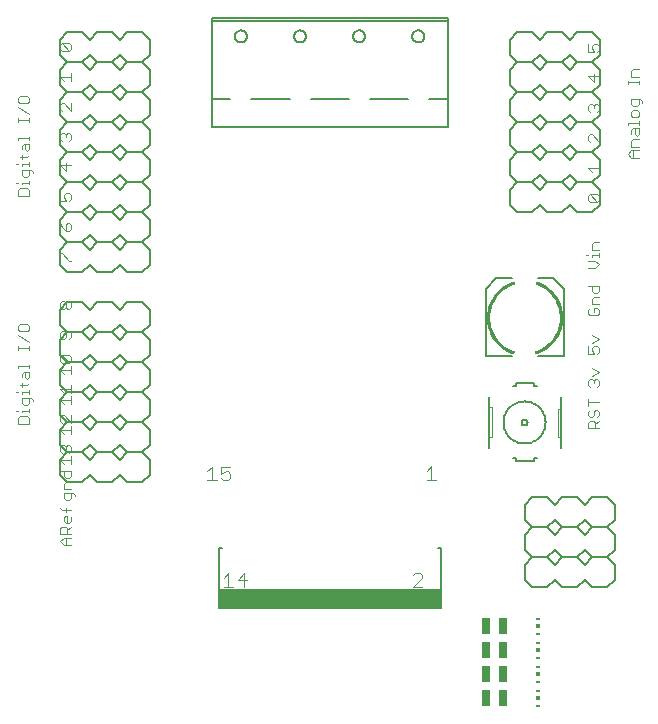
<source format=gto>
G75*
%MOIN*%
%OFA0B0*%
%FSLAX24Y24*%
%IPPOS*%
%LPD*%
%AMOC8*
5,1,8,0,0,1.08239X$1,22.5*
%
%ADD10C,0.0030*%
%ADD11C,0.0060*%
%ADD12C,0.0040*%
%ADD13R,0.7461X0.0659*%
%ADD14C,0.0080*%
%ADD15C,0.0008*%
%ADD16C,0.0020*%
%ADD17R,0.0118X0.0059*%
%ADD18R,0.0118X0.0118*%
%ADD19R,0.0256X0.0551*%
D10*
X001788Y011115D02*
X001665Y011238D01*
X001788Y011361D01*
X002035Y011361D01*
X002035Y011483D02*
X001665Y011483D01*
X001665Y011668D01*
X001726Y011730D01*
X001850Y011730D01*
X001912Y011668D01*
X001912Y011483D01*
X001912Y011606D02*
X002035Y011730D01*
X001973Y011851D02*
X001850Y011851D01*
X001788Y011913D01*
X001788Y012036D01*
X001850Y012098D01*
X001912Y012098D01*
X001912Y011851D01*
X001973Y011851D02*
X002035Y011913D01*
X002035Y012036D01*
X002035Y012281D02*
X001726Y012281D01*
X001665Y012343D01*
X001850Y012343D02*
X001850Y012219D01*
X001850Y012610D02*
X001973Y012610D01*
X002035Y012672D01*
X002035Y012857D01*
X002097Y012857D02*
X001788Y012857D01*
X001788Y012672D01*
X001850Y012610D01*
X002158Y012733D02*
X002158Y012795D01*
X002097Y012857D01*
X002035Y012978D02*
X001788Y012978D01*
X001788Y013164D01*
X001850Y013225D01*
X002035Y013225D01*
X001973Y013347D02*
X001850Y013347D01*
X001788Y013408D01*
X001788Y013594D01*
X001665Y013594D02*
X002035Y013594D01*
X002035Y013408D01*
X001973Y013347D01*
X002035Y013828D02*
X002035Y014075D01*
X002035Y013952D02*
X001665Y013952D01*
X001788Y013828D01*
X001726Y014197D02*
X001665Y014258D01*
X001665Y014382D01*
X001726Y014444D01*
X001788Y014444D01*
X001850Y014382D01*
X001912Y014444D01*
X001973Y014444D01*
X002035Y014382D01*
X002035Y014258D01*
X001973Y014197D01*
X001850Y014320D02*
X001850Y014382D01*
X001788Y014828D02*
X001665Y014952D01*
X002035Y014952D01*
X002035Y015075D02*
X002035Y014828D01*
X002035Y015197D02*
X001788Y015444D01*
X001726Y015444D01*
X001665Y015382D01*
X001665Y015258D01*
X001726Y015197D01*
X002035Y015197D02*
X002035Y015444D01*
X002035Y015828D02*
X002035Y016075D01*
X002035Y016197D02*
X002035Y016444D01*
X002035Y016320D02*
X001665Y016320D01*
X001788Y016197D01*
X001665Y015952D02*
X002035Y015952D01*
X001788Y015828D02*
X001665Y015952D01*
X001788Y016828D02*
X001665Y016952D01*
X002035Y016952D01*
X002035Y017075D02*
X002035Y016828D01*
X001973Y017197D02*
X001726Y017444D01*
X001973Y017444D01*
X002035Y017382D01*
X002035Y017258D01*
X001973Y017197D01*
X001726Y017197D01*
X001665Y017258D01*
X001665Y017382D01*
X001726Y017444D01*
X001726Y017997D02*
X001788Y017997D01*
X001850Y018058D01*
X001850Y018244D01*
X001973Y018244D02*
X002035Y018182D01*
X002035Y018058D01*
X001973Y017997D01*
X001973Y018244D02*
X001726Y018244D01*
X001665Y018182D01*
X001665Y018058D01*
X001726Y017997D01*
X001726Y018997D02*
X001788Y018997D01*
X001850Y019058D01*
X001850Y019182D01*
X001912Y019244D01*
X001973Y019244D01*
X002035Y019182D01*
X002035Y019058D01*
X001973Y018997D01*
X001912Y018997D01*
X001850Y019058D01*
X001850Y019182D02*
X001788Y019244D01*
X001726Y019244D01*
X001665Y019182D01*
X001665Y019058D01*
X001726Y018997D01*
X000635Y018419D02*
X000573Y018481D01*
X000326Y018481D01*
X000265Y018419D01*
X000265Y018296D01*
X000326Y018234D01*
X000573Y018234D01*
X000635Y018296D01*
X000635Y018419D01*
X000265Y018113D02*
X000635Y017866D01*
X000635Y017744D02*
X000635Y017620D01*
X000635Y017682D02*
X000265Y017682D01*
X000265Y017620D02*
X000265Y017744D01*
X000265Y017068D02*
X000635Y017068D01*
X000635Y017007D02*
X000635Y017130D01*
X000635Y016885D02*
X000635Y016700D01*
X000573Y016638D01*
X000512Y016700D01*
X000512Y016885D01*
X000450Y016885D02*
X000635Y016885D01*
X000450Y016885D02*
X000388Y016823D01*
X000388Y016700D01*
X000388Y016516D02*
X000388Y016393D01*
X000326Y016454D02*
X000573Y016454D01*
X000635Y016516D01*
X000635Y016271D02*
X000635Y016147D01*
X000635Y016209D02*
X000388Y016209D01*
X000388Y016147D01*
X000388Y016026D02*
X000388Y015841D01*
X000450Y015779D01*
X000573Y015779D01*
X000635Y015841D01*
X000635Y016026D01*
X000697Y016026D02*
X000388Y016026D01*
X000265Y016209D02*
X000203Y016209D01*
X000203Y015595D02*
X000265Y015595D01*
X000388Y015595D02*
X000635Y015595D01*
X000635Y015533D02*
X000635Y015657D01*
X000573Y015412D02*
X000326Y015412D01*
X000265Y015350D01*
X000265Y015165D01*
X000635Y015165D01*
X000635Y015350D01*
X000573Y015412D01*
X000388Y015533D02*
X000388Y015595D01*
X000758Y015902D02*
X000758Y015964D01*
X000697Y016026D01*
X000265Y017007D02*
X000265Y017068D01*
X001665Y020597D02*
X001665Y020844D01*
X001726Y020844D01*
X001973Y020597D01*
X002035Y020597D01*
X001973Y021597D02*
X001850Y021597D01*
X001850Y021782D01*
X001912Y021844D01*
X001973Y021844D01*
X002035Y021782D01*
X002035Y021658D01*
X001973Y021597D01*
X001850Y021597D02*
X001726Y021720D01*
X001665Y021844D01*
X001665Y022597D02*
X001850Y022597D01*
X001788Y022720D01*
X001788Y022782D01*
X001850Y022844D01*
X001973Y022844D01*
X002035Y022782D01*
X002035Y022658D01*
X001973Y022597D01*
X001665Y022597D02*
X001665Y022844D01*
X001850Y023597D02*
X001850Y023844D01*
X002035Y023782D02*
X001665Y023782D01*
X001850Y023597D01*
X001973Y024597D02*
X002035Y024658D01*
X002035Y024782D01*
X001973Y024844D01*
X001912Y024844D01*
X001850Y024782D01*
X001850Y024720D01*
X001850Y024782D02*
X001788Y024844D01*
X001726Y024844D01*
X001665Y024782D01*
X001665Y024658D01*
X001726Y024597D01*
X001726Y025597D02*
X001665Y025658D01*
X001665Y025782D01*
X001726Y025844D01*
X001788Y025844D01*
X002035Y025597D01*
X002035Y025844D01*
X002035Y026597D02*
X002035Y026844D01*
X002035Y026720D02*
X001665Y026720D01*
X001788Y026597D01*
X001726Y027597D02*
X001665Y027658D01*
X001665Y027782D01*
X001726Y027844D01*
X001973Y027597D01*
X002035Y027658D01*
X002035Y027782D01*
X001973Y027844D01*
X001726Y027844D01*
X001726Y027597D02*
X001973Y027597D01*
X000573Y026081D02*
X000326Y026081D01*
X000265Y026019D01*
X000265Y025896D01*
X000326Y025834D01*
X000573Y025834D01*
X000635Y025896D01*
X000635Y026019D01*
X000573Y026081D01*
X000265Y025713D02*
X000635Y025466D01*
X000635Y025344D02*
X000635Y025220D01*
X000635Y025282D02*
X000265Y025282D01*
X000265Y025220D02*
X000265Y025344D01*
X000265Y024668D02*
X000635Y024668D01*
X000635Y024607D02*
X000635Y024730D01*
X000635Y024485D02*
X000635Y024300D01*
X000573Y024238D01*
X000512Y024300D01*
X000512Y024485D01*
X000450Y024485D02*
X000635Y024485D01*
X000450Y024485D02*
X000388Y024423D01*
X000388Y024300D01*
X000388Y024116D02*
X000388Y023993D01*
X000326Y024054D02*
X000573Y024054D01*
X000635Y024116D01*
X000635Y023871D02*
X000635Y023747D01*
X000635Y023809D02*
X000388Y023809D01*
X000388Y023747D01*
X000388Y023626D02*
X000388Y023441D01*
X000450Y023379D01*
X000573Y023379D01*
X000635Y023441D01*
X000635Y023626D01*
X000697Y023626D02*
X000758Y023564D01*
X000758Y023502D01*
X000697Y023626D02*
X000388Y023626D01*
X000265Y023809D02*
X000203Y023809D01*
X000203Y023195D02*
X000265Y023195D01*
X000388Y023195D02*
X000635Y023195D01*
X000635Y023133D02*
X000635Y023257D01*
X000573Y023012D02*
X000326Y023012D01*
X000265Y022950D01*
X000265Y022765D01*
X000635Y022765D01*
X000635Y022950D01*
X000573Y023012D01*
X000388Y023133D02*
X000388Y023195D01*
X000265Y024607D02*
X000265Y024668D01*
X001850Y011361D02*
X001850Y011115D01*
X001788Y011115D02*
X002035Y011115D01*
X019265Y015011D02*
X019265Y015196D01*
X019326Y015258D01*
X019450Y015258D01*
X019512Y015196D01*
X019512Y015011D01*
X019635Y015011D02*
X019265Y015011D01*
X019326Y015379D02*
X019265Y015441D01*
X019265Y015564D01*
X019326Y015626D01*
X019265Y015748D02*
X019265Y015995D01*
X019265Y015871D02*
X019635Y015871D01*
X019573Y015626D02*
X019635Y015564D01*
X019635Y015441D01*
X019573Y015379D01*
X019635Y015258D02*
X019512Y015134D01*
X019388Y015379D02*
X019450Y015441D01*
X019450Y015564D01*
X019512Y015626D01*
X019573Y015626D01*
X019388Y015379D02*
X019326Y015379D01*
X019326Y016397D02*
X019265Y016459D01*
X019265Y016582D01*
X019326Y016644D01*
X019388Y016644D01*
X019450Y016582D01*
X019512Y016644D01*
X019573Y016644D01*
X019635Y016582D01*
X019635Y016459D01*
X019573Y016397D01*
X019450Y016520D02*
X019450Y016582D01*
X019388Y016765D02*
X019635Y016889D01*
X019388Y017012D01*
X019450Y017497D02*
X019265Y017497D01*
X019265Y017744D01*
X019388Y017682D02*
X019388Y017620D01*
X019450Y017497D01*
X019573Y017497D02*
X019635Y017559D01*
X019635Y017682D01*
X019573Y017744D01*
X019450Y017744D01*
X019388Y017682D01*
X019388Y017865D02*
X019635Y017989D01*
X019388Y018112D01*
X019326Y018769D02*
X019573Y018769D01*
X019635Y018831D01*
X019635Y018954D01*
X019573Y019016D01*
X019450Y019016D01*
X019450Y018892D01*
X019326Y018769D02*
X019265Y018831D01*
X019265Y018954D01*
X019326Y019016D01*
X019388Y019137D02*
X019388Y019322D01*
X019450Y019384D01*
X019635Y019384D01*
X019573Y019506D02*
X019450Y019506D01*
X019388Y019567D01*
X019388Y019752D01*
X019265Y019752D02*
X019635Y019752D01*
X019635Y019567D01*
X019573Y019506D01*
X019635Y019137D02*
X019388Y019137D01*
X019265Y020347D02*
X019512Y020347D01*
X019635Y020470D01*
X019512Y020594D01*
X019265Y020594D01*
X019388Y020715D02*
X019388Y020777D01*
X019635Y020777D01*
X019635Y020715D02*
X019635Y020839D01*
X019635Y020961D02*
X019388Y020961D01*
X019388Y021146D01*
X019450Y021208D01*
X019635Y021208D01*
X019265Y020777D02*
X019203Y020777D01*
X019326Y022565D02*
X019265Y022627D01*
X019265Y022750D01*
X019326Y022812D01*
X019573Y022565D01*
X019635Y022627D01*
X019635Y022750D01*
X019573Y022812D01*
X019326Y022812D01*
X019326Y022565D02*
X019573Y022565D01*
X019635Y023565D02*
X019635Y023812D01*
X019635Y023688D02*
X019265Y023688D01*
X019388Y023565D01*
X019326Y024565D02*
X019265Y024627D01*
X019265Y024750D01*
X019326Y024812D01*
X019388Y024812D01*
X019635Y024565D01*
X019635Y024812D01*
X019573Y025565D02*
X019635Y025627D01*
X019635Y025750D01*
X019573Y025812D01*
X019512Y025812D01*
X019450Y025750D01*
X019450Y025688D01*
X019450Y025750D02*
X019388Y025812D01*
X019326Y025812D01*
X019265Y025750D01*
X019265Y025627D01*
X019326Y025565D01*
X019450Y026565D02*
X019450Y026812D01*
X019635Y026750D02*
X019265Y026750D01*
X019450Y026565D01*
X019450Y027565D02*
X019265Y027565D01*
X019265Y027812D01*
X019388Y027750D02*
X019450Y027812D01*
X019573Y027812D01*
X019635Y027750D01*
X019635Y027627D01*
X019573Y027565D01*
X019450Y027565D02*
X019388Y027688D01*
X019388Y027750D01*
X020706Y026905D02*
X020706Y026720D01*
X020953Y026720D01*
X020953Y026598D02*
X020953Y026474D01*
X020953Y026536D02*
X020583Y026536D01*
X020583Y026474D02*
X020583Y026598D01*
X020706Y026905D02*
X020768Y026967D01*
X020953Y026967D01*
X020953Y025985D02*
X020953Y025799D01*
X020891Y025738D01*
X020768Y025738D01*
X020706Y025799D01*
X020706Y025985D01*
X021015Y025985D01*
X021076Y025923D01*
X021076Y025861D01*
X020891Y025616D02*
X020768Y025616D01*
X020706Y025555D01*
X020706Y025431D01*
X020768Y025369D01*
X020891Y025369D01*
X020953Y025431D01*
X020953Y025555D01*
X020891Y025616D01*
X020953Y025247D02*
X020953Y025124D01*
X020953Y025186D02*
X020583Y025186D01*
X020583Y025124D01*
X020706Y024941D02*
X020768Y025002D01*
X020953Y025002D01*
X020953Y024817D01*
X020891Y024756D01*
X020830Y024817D01*
X020830Y025002D01*
X020706Y024941D02*
X020706Y024817D01*
X020768Y024634D02*
X020953Y024634D01*
X020768Y024634D02*
X020706Y024572D01*
X020706Y024387D01*
X020953Y024387D01*
X020953Y024266D02*
X020706Y024266D01*
X020583Y024142D01*
X020706Y024019D01*
X020953Y024019D01*
X020768Y024019D02*
X020768Y024266D01*
D11*
X006950Y011000D02*
X006950Y009600D01*
X006950Y011000D02*
X007050Y011000D01*
X014250Y011000D02*
X014350Y011000D01*
X014350Y009600D01*
X016850Y013900D02*
X017450Y013900D01*
X017450Y014000D01*
X017550Y014000D01*
X018350Y014350D02*
X018350Y014700D01*
X018350Y015650D01*
X018350Y016050D01*
X017550Y016400D02*
X017450Y016400D01*
X017450Y016500D01*
X016850Y016500D01*
X016850Y016400D01*
X016750Y016400D01*
X015950Y016050D02*
X015950Y015700D01*
X015950Y014700D01*
X015950Y014350D01*
X016750Y014000D02*
X016850Y014000D01*
X016850Y013900D01*
X017050Y015200D02*
X017052Y015220D01*
X017058Y015238D01*
X017067Y015256D01*
X017079Y015271D01*
X017094Y015283D01*
X017112Y015292D01*
X017130Y015298D01*
X017150Y015300D01*
X017170Y015298D01*
X017188Y015292D01*
X017206Y015283D01*
X017221Y015271D01*
X017233Y015256D01*
X017242Y015238D01*
X017248Y015220D01*
X017250Y015200D01*
X017248Y015180D01*
X017242Y015162D01*
X017233Y015144D01*
X017221Y015129D01*
X017206Y015117D01*
X017188Y015108D01*
X017170Y015102D01*
X017150Y015100D01*
X017130Y015102D01*
X017112Y015108D01*
X017094Y015117D01*
X017079Y015129D01*
X017067Y015144D01*
X017058Y015162D01*
X017052Y015180D01*
X017050Y015200D01*
X016450Y015200D02*
X016452Y015252D01*
X016458Y015304D01*
X016468Y015356D01*
X016481Y015406D01*
X016498Y015456D01*
X016519Y015504D01*
X016544Y015550D01*
X016572Y015594D01*
X016603Y015636D01*
X016637Y015676D01*
X016674Y015713D01*
X016714Y015747D01*
X016756Y015778D01*
X016800Y015806D01*
X016846Y015831D01*
X016894Y015852D01*
X016944Y015869D01*
X016994Y015882D01*
X017046Y015892D01*
X017098Y015898D01*
X017150Y015900D01*
X017202Y015898D01*
X017254Y015892D01*
X017306Y015882D01*
X017356Y015869D01*
X017406Y015852D01*
X017454Y015831D01*
X017500Y015806D01*
X017544Y015778D01*
X017586Y015747D01*
X017626Y015713D01*
X017663Y015676D01*
X017697Y015636D01*
X017728Y015594D01*
X017756Y015550D01*
X017781Y015504D01*
X017802Y015456D01*
X017819Y015406D01*
X017832Y015356D01*
X017842Y015304D01*
X017848Y015252D01*
X017850Y015200D01*
X017848Y015148D01*
X017842Y015096D01*
X017832Y015044D01*
X017819Y014994D01*
X017802Y014944D01*
X017781Y014896D01*
X017756Y014850D01*
X017728Y014806D01*
X017697Y014764D01*
X017663Y014724D01*
X017626Y014687D01*
X017586Y014653D01*
X017544Y014622D01*
X017500Y014594D01*
X017454Y014569D01*
X017406Y014548D01*
X017356Y014531D01*
X017306Y014518D01*
X017254Y014508D01*
X017202Y014502D01*
X017150Y014500D01*
X017098Y014502D01*
X017046Y014508D01*
X016994Y014518D01*
X016944Y014531D01*
X016894Y014548D01*
X016846Y014569D01*
X016800Y014594D01*
X016756Y014622D01*
X016714Y014653D01*
X016674Y014687D01*
X016637Y014724D01*
X016603Y014764D01*
X016572Y014806D01*
X016544Y014850D01*
X016519Y014896D01*
X016498Y014944D01*
X016481Y014994D01*
X016468Y015044D01*
X016458Y015096D01*
X016452Y015148D01*
X016450Y015200D01*
X014587Y025050D02*
X014587Y025990D01*
X014587Y028590D01*
X006717Y028590D01*
X006717Y028670D01*
X014587Y028670D01*
X014587Y028590D01*
X013407Y028070D02*
X013409Y028098D01*
X013415Y028125D01*
X013424Y028151D01*
X013437Y028176D01*
X013454Y028199D01*
X013473Y028219D01*
X013495Y028236D01*
X013519Y028250D01*
X013545Y028260D01*
X013572Y028267D01*
X013600Y028270D01*
X013628Y028269D01*
X013655Y028264D01*
X013682Y028255D01*
X013707Y028243D01*
X013730Y028228D01*
X013751Y028209D01*
X013769Y028188D01*
X013784Y028164D01*
X013795Y028138D01*
X013803Y028112D01*
X013807Y028084D01*
X013807Y028056D01*
X013803Y028028D01*
X013795Y028002D01*
X013784Y027976D01*
X013769Y027952D01*
X013751Y027931D01*
X013730Y027912D01*
X013707Y027897D01*
X013682Y027885D01*
X013655Y027876D01*
X013628Y027871D01*
X013600Y027870D01*
X013572Y027873D01*
X013545Y027880D01*
X013519Y027890D01*
X013495Y027904D01*
X013473Y027921D01*
X013454Y027941D01*
X013437Y027964D01*
X013424Y027989D01*
X013415Y028015D01*
X013409Y028042D01*
X013407Y028070D01*
X013257Y025990D02*
X011987Y025990D01*
X011287Y025990D02*
X010017Y025990D01*
X009317Y025990D02*
X008047Y025990D01*
X007347Y025990D02*
X006717Y025990D01*
X006717Y028590D01*
X007497Y028070D02*
X007499Y028098D01*
X007505Y028125D01*
X007514Y028151D01*
X007527Y028176D01*
X007544Y028199D01*
X007563Y028219D01*
X007585Y028236D01*
X007609Y028250D01*
X007635Y028260D01*
X007662Y028267D01*
X007690Y028270D01*
X007718Y028269D01*
X007745Y028264D01*
X007772Y028255D01*
X007797Y028243D01*
X007820Y028228D01*
X007841Y028209D01*
X007859Y028188D01*
X007874Y028164D01*
X007885Y028138D01*
X007893Y028112D01*
X007897Y028084D01*
X007897Y028056D01*
X007893Y028028D01*
X007885Y028002D01*
X007874Y027976D01*
X007859Y027952D01*
X007841Y027931D01*
X007820Y027912D01*
X007797Y027897D01*
X007772Y027885D01*
X007745Y027876D01*
X007718Y027871D01*
X007690Y027870D01*
X007662Y027873D01*
X007635Y027880D01*
X007609Y027890D01*
X007585Y027904D01*
X007563Y027921D01*
X007544Y027941D01*
X007527Y027964D01*
X007514Y027989D01*
X007505Y028015D01*
X007499Y028042D01*
X007497Y028070D01*
X006717Y025990D02*
X006717Y025050D01*
X014587Y025050D01*
X014587Y025990D02*
X013957Y025990D01*
X011437Y028070D02*
X011439Y028098D01*
X011445Y028125D01*
X011454Y028151D01*
X011467Y028176D01*
X011484Y028199D01*
X011503Y028219D01*
X011525Y028236D01*
X011549Y028250D01*
X011575Y028260D01*
X011602Y028267D01*
X011630Y028270D01*
X011658Y028269D01*
X011685Y028264D01*
X011712Y028255D01*
X011737Y028243D01*
X011760Y028228D01*
X011781Y028209D01*
X011799Y028188D01*
X011814Y028164D01*
X011825Y028138D01*
X011833Y028112D01*
X011837Y028084D01*
X011837Y028056D01*
X011833Y028028D01*
X011825Y028002D01*
X011814Y027976D01*
X011799Y027952D01*
X011781Y027931D01*
X011760Y027912D01*
X011737Y027897D01*
X011712Y027885D01*
X011685Y027876D01*
X011658Y027871D01*
X011630Y027870D01*
X011602Y027873D01*
X011575Y027880D01*
X011549Y027890D01*
X011525Y027904D01*
X011503Y027921D01*
X011484Y027941D01*
X011467Y027964D01*
X011454Y027989D01*
X011445Y028015D01*
X011439Y028042D01*
X011437Y028070D01*
X009467Y028070D02*
X009469Y028098D01*
X009475Y028125D01*
X009484Y028151D01*
X009497Y028176D01*
X009514Y028199D01*
X009533Y028219D01*
X009555Y028236D01*
X009579Y028250D01*
X009605Y028260D01*
X009632Y028267D01*
X009660Y028270D01*
X009688Y028269D01*
X009715Y028264D01*
X009742Y028255D01*
X009767Y028243D01*
X009790Y028228D01*
X009811Y028209D01*
X009829Y028188D01*
X009844Y028164D01*
X009855Y028138D01*
X009863Y028112D01*
X009867Y028084D01*
X009867Y028056D01*
X009863Y028028D01*
X009855Y028002D01*
X009844Y027976D01*
X009829Y027952D01*
X009811Y027931D01*
X009790Y027912D01*
X009767Y027897D01*
X009742Y027885D01*
X009715Y027876D01*
X009688Y027871D01*
X009660Y027870D01*
X009632Y027873D01*
X009605Y027880D01*
X009579Y027890D01*
X009555Y027904D01*
X009533Y027921D01*
X009514Y027941D01*
X009497Y027964D01*
X009484Y027989D01*
X009475Y028015D01*
X009469Y028042D01*
X009467Y028070D01*
D12*
X014035Y013751D02*
X014035Y013290D01*
X013882Y013290D02*
X014189Y013290D01*
X013882Y013597D02*
X014035Y013751D01*
X013659Y010180D02*
X013505Y010180D01*
X013429Y010104D01*
X013659Y010180D02*
X013736Y010104D01*
X013736Y010027D01*
X013429Y009720D01*
X013736Y009720D01*
X007891Y009950D02*
X007584Y009950D01*
X007814Y010180D01*
X007814Y009720D01*
X007431Y009720D02*
X007124Y009720D01*
X007277Y009720D02*
X007277Y010180D01*
X007124Y010027D01*
X007114Y013267D02*
X007037Y013344D01*
X007114Y013267D02*
X007268Y013267D01*
X007344Y013344D01*
X007344Y013497D01*
X007268Y013574D01*
X007191Y013574D01*
X007037Y013497D01*
X007037Y013727D01*
X007344Y013727D01*
X006730Y013727D02*
X006730Y013267D01*
X006577Y013267D02*
X006884Y013267D01*
X006577Y013574D02*
X006730Y013727D01*
D13*
X010650Y009301D03*
D14*
X015851Y017401D02*
X015851Y019645D01*
X016205Y019999D01*
X016717Y019999D01*
X017583Y019999D02*
X018095Y019999D01*
X018449Y019645D01*
X018449Y017401D01*
X017583Y017401D01*
X016717Y017401D02*
X015851Y017401D01*
X016900Y022200D02*
X017400Y022200D01*
X017650Y022450D01*
X017900Y022200D01*
X018400Y022200D01*
X018650Y022450D01*
X018900Y022200D01*
X019400Y022200D01*
X019650Y022450D01*
X019650Y022950D01*
X019400Y023200D01*
X018900Y023200D01*
X018650Y022950D01*
X018400Y023200D01*
X017900Y023200D01*
X017650Y022950D01*
X017400Y023200D01*
X016900Y023200D01*
X016650Y022950D01*
X016650Y022450D01*
X016900Y022200D01*
X016900Y023200D02*
X017400Y023200D01*
X017650Y023450D01*
X017900Y023200D01*
X018400Y023200D01*
X018650Y023450D01*
X018900Y023200D01*
X019400Y023200D01*
X019650Y023450D01*
X019650Y023950D01*
X019400Y024200D01*
X018900Y024200D01*
X018650Y023950D01*
X018400Y024200D01*
X017900Y024200D01*
X017650Y023950D01*
X017400Y024200D01*
X016900Y024200D01*
X016650Y023950D01*
X016650Y023450D01*
X016900Y023200D01*
X016900Y024200D02*
X017400Y024200D01*
X017650Y024450D01*
X017900Y024200D01*
X018400Y024200D01*
X018650Y024450D01*
X018900Y024200D01*
X019400Y024200D01*
X019650Y024450D01*
X019650Y024950D01*
X019400Y025200D01*
X018900Y025200D01*
X018650Y024950D01*
X018400Y025200D01*
X017900Y025200D01*
X017650Y024950D01*
X017400Y025200D01*
X016900Y025200D01*
X016650Y024950D01*
X016650Y024450D01*
X016900Y024200D01*
X016900Y025200D02*
X017400Y025200D01*
X017650Y025450D01*
X017900Y025200D01*
X018400Y025200D01*
X018650Y025450D01*
X018900Y025200D01*
X019400Y025200D01*
X019650Y025450D01*
X019650Y025950D01*
X019400Y026200D01*
X018900Y026200D01*
X018650Y025950D01*
X018400Y026200D01*
X017900Y026200D01*
X017650Y025950D01*
X017400Y026200D01*
X016900Y026200D01*
X016650Y025950D01*
X016650Y025450D01*
X016900Y025200D01*
X016900Y026200D02*
X017400Y026200D01*
X017650Y026450D01*
X017900Y026200D01*
X018400Y026200D01*
X018650Y026450D01*
X018900Y026200D01*
X019400Y026200D01*
X019650Y026450D01*
X019650Y026950D01*
X019400Y027200D01*
X018900Y027200D01*
X018650Y026950D01*
X018400Y027200D01*
X017900Y027200D01*
X017650Y026950D01*
X017400Y027200D01*
X016900Y027200D01*
X016650Y026950D01*
X016650Y026450D01*
X016900Y026200D01*
X016900Y027200D02*
X016650Y027450D01*
X016650Y027950D01*
X016900Y028200D01*
X017400Y028200D01*
X017650Y027950D01*
X017900Y028200D01*
X018400Y028200D01*
X018650Y027950D01*
X018900Y028200D01*
X019400Y028200D01*
X019650Y027950D01*
X019650Y027450D01*
X019400Y027200D01*
X018900Y027200D01*
X018650Y027450D01*
X018400Y027200D01*
X017900Y027200D01*
X017650Y027450D01*
X017400Y027200D01*
X016900Y027200D01*
X017400Y012700D02*
X017150Y012450D01*
X017150Y011950D01*
X017400Y011700D01*
X017900Y011700D01*
X018150Y011950D01*
X018400Y011700D01*
X018900Y011700D01*
X019150Y011950D01*
X019400Y011700D01*
X019900Y011700D01*
X020150Y011950D01*
X020150Y012450D01*
X019900Y012700D01*
X019400Y012700D01*
X019150Y012450D01*
X018900Y012700D01*
X018400Y012700D01*
X018150Y012450D01*
X017900Y012700D01*
X017400Y012700D01*
X017400Y011700D02*
X017150Y011450D01*
X017150Y010950D01*
X017400Y010700D01*
X017900Y010700D01*
X018150Y010950D01*
X018400Y010700D01*
X018900Y010700D01*
X019150Y010950D01*
X019400Y010700D01*
X019900Y010700D01*
X020150Y010950D01*
X020150Y011450D01*
X019900Y011700D01*
X019400Y011700D01*
X019150Y011450D01*
X018900Y011700D01*
X018400Y011700D01*
X018150Y011450D01*
X017900Y011700D01*
X017400Y011700D01*
X017400Y010700D02*
X017150Y010450D01*
X017150Y009950D01*
X017400Y009700D01*
X017900Y009700D01*
X018150Y009950D01*
X018400Y009700D01*
X018900Y009700D01*
X019150Y009950D01*
X019400Y009700D01*
X019900Y009700D01*
X020150Y009950D01*
X020150Y010450D01*
X019900Y010700D01*
X019400Y010700D01*
X019150Y010450D01*
X018900Y010700D01*
X018400Y010700D01*
X018150Y010450D01*
X017900Y010700D01*
X017400Y010700D01*
X004650Y013450D02*
X004650Y013950D01*
X004400Y014200D01*
X003900Y014200D01*
X003650Y013950D01*
X003400Y014200D01*
X002900Y014200D01*
X002650Y013950D01*
X002400Y014200D01*
X001900Y014200D01*
X001650Y013950D01*
X001650Y013450D01*
X001900Y013200D01*
X002400Y013200D01*
X002650Y013450D01*
X002900Y013200D01*
X003400Y013200D01*
X003650Y013450D01*
X003900Y013200D01*
X004400Y013200D01*
X004650Y013450D01*
X004400Y014200D02*
X003900Y014200D01*
X003650Y014450D01*
X003400Y014200D01*
X002900Y014200D01*
X002650Y014450D01*
X002400Y014200D01*
X001900Y014200D01*
X001650Y014450D01*
X001650Y014950D01*
X001900Y015200D01*
X002400Y015200D01*
X002650Y014950D01*
X002900Y015200D01*
X003400Y015200D01*
X003650Y014950D01*
X003900Y015200D01*
X004400Y015200D01*
X004650Y014950D01*
X004650Y014450D01*
X004400Y014200D01*
X004400Y015200D02*
X003900Y015200D01*
X003650Y015450D01*
X003400Y015200D01*
X002900Y015200D01*
X002650Y015450D01*
X002400Y015200D01*
X001900Y015200D01*
X001650Y015450D01*
X001650Y015950D01*
X001900Y016200D01*
X002400Y016200D01*
X002650Y015950D01*
X002900Y016200D01*
X003400Y016200D01*
X003650Y015950D01*
X003900Y016200D01*
X004400Y016200D01*
X004650Y015950D01*
X004650Y015450D01*
X004400Y015200D01*
X004400Y016200D02*
X003900Y016200D01*
X003650Y016450D01*
X003400Y016200D01*
X002900Y016200D01*
X002650Y016450D01*
X002400Y016200D01*
X001900Y016200D01*
X001650Y016450D01*
X001650Y016950D01*
X001900Y017200D01*
X002400Y017200D01*
X002650Y016950D01*
X002900Y017200D01*
X003400Y017200D01*
X003650Y016950D01*
X003900Y017200D01*
X004400Y017200D01*
X004650Y016950D01*
X004650Y016450D01*
X004400Y016200D01*
X004400Y017200D02*
X003900Y017200D01*
X003650Y017450D01*
X003400Y017200D01*
X002900Y017200D01*
X002650Y017450D01*
X002400Y017200D01*
X001900Y017200D01*
X001650Y017450D01*
X001650Y017950D01*
X001900Y018200D01*
X002400Y018200D01*
X002650Y017950D01*
X002900Y018200D01*
X003400Y018200D01*
X003650Y017950D01*
X003900Y018200D01*
X004400Y018200D01*
X004650Y017950D01*
X004650Y017450D01*
X004400Y017200D01*
X004400Y018200D02*
X003900Y018200D01*
X003650Y018450D01*
X003400Y018200D01*
X002900Y018200D01*
X002650Y018450D01*
X002400Y018200D01*
X001900Y018200D01*
X001650Y018450D01*
X001650Y018950D01*
X001900Y019200D01*
X002400Y019200D01*
X002650Y018950D01*
X002900Y019200D01*
X003400Y019200D01*
X003650Y018950D01*
X003900Y019200D01*
X004400Y019200D01*
X004650Y018950D01*
X004650Y018450D01*
X004400Y018200D01*
X004400Y020200D02*
X003900Y020200D01*
X003650Y020450D01*
X003400Y020200D01*
X002900Y020200D01*
X002650Y020450D01*
X002400Y020200D01*
X001900Y020200D01*
X001650Y020450D01*
X001650Y020950D01*
X001900Y021200D01*
X002400Y021200D01*
X002650Y020950D01*
X002900Y021200D01*
X003400Y021200D01*
X003650Y020950D01*
X003900Y021200D01*
X004400Y021200D01*
X004650Y020950D01*
X004650Y020450D01*
X004400Y020200D01*
X004400Y021200D02*
X003900Y021200D01*
X003650Y021450D01*
X003400Y021200D01*
X002900Y021200D01*
X002650Y021450D01*
X002400Y021200D01*
X001900Y021200D01*
X001650Y021450D01*
X001650Y021950D01*
X001900Y022200D01*
X002400Y022200D01*
X002650Y021950D01*
X002900Y022200D01*
X003400Y022200D01*
X003650Y021950D01*
X003900Y022200D01*
X004400Y022200D01*
X004650Y021950D01*
X004650Y021450D01*
X004400Y021200D01*
X004400Y022200D02*
X003900Y022200D01*
X003650Y022450D01*
X003400Y022200D01*
X002900Y022200D01*
X002650Y022450D01*
X002400Y022200D01*
X001900Y022200D01*
X001650Y022450D01*
X001650Y022950D01*
X001900Y023200D01*
X002400Y023200D01*
X002650Y022950D01*
X002900Y023200D01*
X003400Y023200D01*
X003650Y022950D01*
X003900Y023200D01*
X004400Y023200D01*
X004650Y022950D01*
X004650Y022450D01*
X004400Y022200D01*
X004400Y023200D02*
X003900Y023200D01*
X003650Y023450D01*
X003400Y023200D01*
X002900Y023200D01*
X002650Y023450D01*
X002400Y023200D01*
X001900Y023200D01*
X001650Y023450D01*
X001650Y023950D01*
X001900Y024200D01*
X002400Y024200D01*
X002650Y023950D01*
X002900Y024200D01*
X003400Y024200D01*
X003650Y023950D01*
X003900Y024200D01*
X004400Y024200D01*
X004650Y023950D01*
X004650Y023450D01*
X004400Y023200D01*
X004400Y024200D02*
X003900Y024200D01*
X003650Y024450D01*
X003400Y024200D01*
X002900Y024200D01*
X002650Y024450D01*
X002400Y024200D01*
X001900Y024200D01*
X001650Y024450D01*
X001650Y024950D01*
X001900Y025200D01*
X002400Y025200D01*
X002650Y024950D01*
X002900Y025200D01*
X003400Y025200D01*
X003650Y024950D01*
X003900Y025200D01*
X004400Y025200D01*
X004650Y024950D01*
X004650Y024450D01*
X004400Y024200D01*
X004400Y025200D02*
X003900Y025200D01*
X003650Y025450D01*
X003400Y025200D01*
X002900Y025200D01*
X002650Y025450D01*
X002400Y025200D01*
X001900Y025200D01*
X001650Y025450D01*
X001650Y025950D01*
X001900Y026200D01*
X002400Y026200D01*
X002650Y025950D01*
X002900Y026200D01*
X003400Y026200D01*
X003650Y025950D01*
X003900Y026200D01*
X004400Y026200D01*
X004650Y025950D01*
X004650Y025450D01*
X004400Y025200D01*
X004400Y026200D02*
X003900Y026200D01*
X003650Y026450D01*
X003400Y026200D01*
X002900Y026200D01*
X002650Y026450D01*
X002400Y026200D01*
X001900Y026200D01*
X001650Y026450D01*
X001650Y026950D01*
X001900Y027200D01*
X002400Y027200D01*
X002650Y027450D01*
X002900Y027200D01*
X003400Y027200D01*
X003650Y027450D01*
X003900Y027200D01*
X004400Y027200D01*
X004650Y027450D01*
X004650Y027950D01*
X004400Y028200D01*
X003900Y028200D01*
X003650Y027950D01*
X003400Y028200D01*
X002900Y028200D01*
X002650Y027950D01*
X002400Y028200D01*
X001900Y028200D01*
X001650Y027950D01*
X001650Y027450D01*
X001900Y027200D01*
X002400Y027200D01*
X002650Y026950D01*
X002900Y027200D01*
X003400Y027200D01*
X003650Y026950D01*
X003900Y027200D01*
X004400Y027200D01*
X004650Y026950D01*
X004650Y026450D01*
X004400Y026200D01*
D15*
X017518Y017506D02*
X017497Y017575D01*
X017498Y017574D02*
X017562Y017596D01*
X017625Y017622D01*
X017686Y017651D01*
X017746Y017683D01*
X017803Y017719D01*
X017858Y017758D01*
X017912Y017800D01*
X017962Y017846D01*
X018010Y017894D01*
X018055Y017944D01*
X018097Y017997D01*
X018136Y018053D01*
X018172Y018111D01*
X018204Y018170D01*
X018233Y018232D01*
X018258Y018295D01*
X018280Y018359D01*
X018298Y018424D01*
X018312Y018491D01*
X018322Y018558D01*
X018328Y018625D01*
X018331Y018693D01*
X018330Y018761D01*
X018324Y018828D01*
X018315Y018896D01*
X018302Y018962D01*
X018285Y019028D01*
X018265Y019093D01*
X018241Y019156D01*
X018213Y019218D01*
X018182Y019278D01*
X018147Y019336D01*
X018109Y019392D01*
X018068Y019446D01*
X018024Y019498D01*
X017977Y019547D01*
X017927Y019593D01*
X017874Y019636D01*
X017820Y019676D01*
X017763Y019713D01*
X017704Y019746D01*
X017643Y019776D01*
X017581Y019803D01*
X017517Y019826D01*
X017538Y019894D01*
X017539Y019894D01*
X017604Y019871D01*
X017667Y019844D01*
X017729Y019814D01*
X017789Y019781D01*
X017847Y019744D01*
X017903Y019704D01*
X017957Y019661D01*
X018009Y019615D01*
X018058Y019567D01*
X018104Y019516D01*
X018147Y019462D01*
X018187Y019406D01*
X018224Y019348D01*
X018258Y019288D01*
X018288Y019227D01*
X018315Y019163D01*
X018339Y019099D01*
X018359Y019033D01*
X018375Y018966D01*
X018388Y018898D01*
X018397Y018830D01*
X018402Y018761D01*
X018403Y018692D01*
X018400Y018624D01*
X018394Y018555D01*
X018384Y018487D01*
X018370Y018419D01*
X018353Y018353D01*
X018332Y018287D01*
X018307Y018223D01*
X018279Y018160D01*
X018248Y018099D01*
X018213Y018040D01*
X018175Y017982D01*
X018134Y017927D01*
X018090Y017874D01*
X018043Y017824D01*
X017993Y017776D01*
X017941Y017731D01*
X017886Y017689D01*
X017830Y017650D01*
X017771Y017615D01*
X017710Y017582D01*
X017648Y017553D01*
X017584Y017527D01*
X017519Y017505D01*
X017517Y017512D01*
X017583Y017535D01*
X017648Y017561D01*
X017711Y017590D01*
X017773Y017624D01*
X017832Y017660D01*
X017890Y017700D01*
X017945Y017743D01*
X017997Y017790D01*
X018047Y017839D01*
X018094Y017890D01*
X018139Y017945D01*
X018180Y018001D01*
X018217Y018060D01*
X018252Y018121D01*
X018283Y018184D01*
X018310Y018248D01*
X018334Y018314D01*
X018354Y018381D01*
X018370Y018449D01*
X018382Y018518D01*
X018391Y018588D01*
X018395Y018657D01*
X018396Y018727D01*
X018392Y018797D01*
X018385Y018867D01*
X018374Y018936D01*
X018359Y019004D01*
X018340Y019072D01*
X018318Y019138D01*
X018291Y019203D01*
X018261Y019266D01*
X018228Y019328D01*
X018191Y019387D01*
X018151Y019445D01*
X018108Y019500D01*
X018062Y019552D01*
X018013Y019602D01*
X017961Y019649D01*
X017907Y019693D01*
X017850Y019734D01*
X017791Y019772D01*
X017730Y019806D01*
X017667Y019837D01*
X017603Y019864D01*
X017537Y019887D01*
X017535Y019881D01*
X017600Y019857D01*
X017664Y019830D01*
X017727Y019800D01*
X017787Y019766D01*
X017846Y019728D01*
X017902Y019687D01*
X017956Y019644D01*
X018008Y019597D01*
X018057Y019547D01*
X018103Y019495D01*
X018146Y019440D01*
X018186Y019383D01*
X018222Y019324D01*
X018255Y019263D01*
X018285Y019200D01*
X018311Y019136D01*
X018334Y019070D01*
X018352Y019003D01*
X018367Y018935D01*
X018378Y018866D01*
X018385Y018797D01*
X018389Y018727D01*
X018388Y018658D01*
X018384Y018588D01*
X018375Y018519D01*
X018363Y018451D01*
X018347Y018383D01*
X018327Y018316D01*
X018304Y018251D01*
X018276Y018187D01*
X018246Y018124D01*
X018211Y018064D01*
X018174Y018005D01*
X018133Y017949D01*
X018089Y017895D01*
X018042Y017843D01*
X017993Y017795D01*
X017940Y017749D01*
X017886Y017706D01*
X017828Y017666D01*
X017769Y017630D01*
X017708Y017597D01*
X017645Y017567D01*
X017580Y017541D01*
X017514Y017519D01*
X017512Y017526D01*
X017578Y017548D01*
X017642Y017574D01*
X017705Y017603D01*
X017766Y017636D01*
X017825Y017672D01*
X017881Y017712D01*
X017936Y017754D01*
X017988Y017800D01*
X018037Y017848D01*
X018084Y017899D01*
X018128Y017953D01*
X018168Y018009D01*
X018205Y018067D01*
X018239Y018128D01*
X018270Y018190D01*
X018297Y018253D01*
X018320Y018319D01*
X018340Y018385D01*
X018356Y018452D01*
X018368Y018520D01*
X018377Y018589D01*
X018381Y018658D01*
X018382Y018727D01*
X018378Y018796D01*
X018371Y018865D01*
X018360Y018933D01*
X018345Y019001D01*
X018327Y019068D01*
X018304Y019133D01*
X018279Y019197D01*
X018249Y019260D01*
X018216Y019321D01*
X018180Y019379D01*
X018140Y019436D01*
X018097Y019491D01*
X018052Y019543D01*
X018003Y019592D01*
X017952Y019638D01*
X017898Y019682D01*
X017842Y019722D01*
X017784Y019760D01*
X017723Y019793D01*
X017661Y019824D01*
X017598Y019851D01*
X017532Y019874D01*
X017530Y019868D01*
X017595Y019844D01*
X017658Y019818D01*
X017720Y019787D01*
X017780Y019754D01*
X017838Y019717D01*
X017894Y019676D01*
X017947Y019633D01*
X017998Y019587D01*
X018047Y019538D01*
X018092Y019486D01*
X018134Y019432D01*
X018174Y019376D01*
X018210Y019317D01*
X018243Y019257D01*
X018272Y019194D01*
X018298Y019131D01*
X018320Y019066D01*
X018339Y018999D01*
X018353Y018932D01*
X018364Y018864D01*
X018371Y018796D01*
X018375Y018727D01*
X018374Y018658D01*
X018370Y018590D01*
X018361Y018521D01*
X018349Y018454D01*
X018333Y018387D01*
X018314Y018321D01*
X018291Y018256D01*
X018264Y018193D01*
X018233Y018131D01*
X018199Y018071D01*
X018162Y018013D01*
X018122Y017957D01*
X018079Y017904D01*
X018032Y017853D01*
X017983Y017805D01*
X017931Y017760D01*
X017877Y017717D01*
X017821Y017678D01*
X017762Y017642D01*
X017702Y017609D01*
X017639Y017580D01*
X017576Y017554D01*
X017510Y017532D01*
X017508Y017539D01*
X017573Y017561D01*
X017637Y017586D01*
X017699Y017616D01*
X017759Y017648D01*
X017817Y017684D01*
X017873Y017723D01*
X017927Y017765D01*
X017978Y017810D01*
X018027Y017858D01*
X018073Y017909D01*
X018116Y017962D01*
X018157Y018017D01*
X018193Y018075D01*
X018227Y018134D01*
X018257Y018196D01*
X018284Y018259D01*
X018307Y018323D01*
X018327Y018388D01*
X018342Y018455D01*
X018355Y018522D01*
X018363Y018590D01*
X018367Y018658D01*
X018368Y018727D01*
X018365Y018795D01*
X018357Y018863D01*
X018347Y018931D01*
X018332Y018998D01*
X018313Y019063D01*
X018291Y019128D01*
X018266Y019192D01*
X018237Y019253D01*
X018204Y019314D01*
X018168Y019372D01*
X018129Y019428D01*
X018087Y019482D01*
X018041Y019533D01*
X017993Y019582D01*
X017943Y019628D01*
X017890Y019671D01*
X017834Y019711D01*
X017776Y019748D01*
X017717Y019781D01*
X017655Y019811D01*
X017592Y019838D01*
X017528Y019861D01*
X017526Y019854D01*
X017590Y019831D01*
X017653Y019805D01*
X017714Y019775D01*
X017773Y019742D01*
X017830Y019705D01*
X017885Y019665D01*
X017938Y019622D01*
X017989Y019577D01*
X018036Y019528D01*
X018081Y019477D01*
X018123Y019424D01*
X018162Y019368D01*
X018198Y019310D01*
X018230Y019250D01*
X018259Y019189D01*
X018285Y019126D01*
X018307Y019061D01*
X018325Y018996D01*
X018340Y018929D01*
X018350Y018862D01*
X018358Y018795D01*
X018361Y018727D01*
X018360Y018659D01*
X018356Y018591D01*
X018348Y018523D01*
X018336Y018456D01*
X018320Y018390D01*
X018301Y018325D01*
X018277Y018261D01*
X018251Y018199D01*
X018221Y018138D01*
X018187Y018078D01*
X018151Y018021D01*
X018111Y017966D01*
X018068Y017913D01*
X018022Y017863D01*
X017974Y017815D01*
X017923Y017770D01*
X017869Y017729D01*
X017813Y017690D01*
X017755Y017654D01*
X017695Y017622D01*
X017634Y017593D01*
X017571Y017567D01*
X017506Y017546D01*
X017504Y017552D01*
X017568Y017574D01*
X017631Y017599D01*
X017692Y017628D01*
X017752Y017660D01*
X017809Y017696D01*
X017865Y017734D01*
X017918Y017776D01*
X017969Y017820D01*
X018017Y017868D01*
X018063Y017918D01*
X018105Y017970D01*
X018145Y018025D01*
X018181Y018082D01*
X018215Y018141D01*
X018245Y018201D01*
X018271Y018264D01*
X018294Y018327D01*
X018313Y018392D01*
X018329Y018458D01*
X018341Y018524D01*
X018349Y018592D01*
X018353Y018659D01*
X018354Y018727D01*
X018351Y018794D01*
X018344Y018861D01*
X018333Y018928D01*
X018318Y018994D01*
X018300Y019059D01*
X018278Y019123D01*
X018253Y019186D01*
X018224Y019247D01*
X018192Y019307D01*
X018156Y019364D01*
X018118Y019419D01*
X018076Y019473D01*
X018031Y019523D01*
X017984Y019572D01*
X017934Y019617D01*
X017881Y019660D01*
X017826Y019699D01*
X017769Y019736D01*
X017710Y019769D01*
X017650Y019798D01*
X017587Y019825D01*
X017524Y019848D01*
X017522Y019841D01*
X017586Y019818D01*
X017650Y019791D01*
X017711Y019760D01*
X017771Y019726D01*
X017829Y019689D01*
X017884Y019648D01*
X017937Y019605D01*
X017988Y019558D01*
X018035Y019509D01*
X018080Y019456D01*
X018122Y019402D01*
X018160Y019345D01*
X018196Y019286D01*
X018227Y019225D01*
X018255Y019162D01*
X018280Y019098D01*
X018301Y019032D01*
X018318Y018966D01*
X018331Y018898D01*
X018340Y018830D01*
X018346Y018762D01*
X018347Y018693D01*
X018344Y018624D01*
X018338Y018556D01*
X018327Y018488D01*
X018313Y018421D01*
X018295Y018354D01*
X018273Y018289D01*
X018248Y018225D01*
X018218Y018163D01*
X018186Y018103D01*
X018149Y018044D01*
X018110Y017988D01*
X018067Y017934D01*
X018022Y017883D01*
X017973Y017834D01*
X017922Y017788D01*
X017868Y017745D01*
X017812Y017706D01*
X017754Y017669D01*
X017693Y017636D01*
X017631Y017607D01*
X017567Y017581D01*
X017502Y017559D01*
X017500Y017566D01*
X017565Y017588D01*
X017628Y017613D01*
X017690Y017643D01*
X017750Y017675D01*
X017808Y017711D01*
X017864Y017751D01*
X017917Y017793D01*
X017968Y017839D01*
X018017Y017887D01*
X018062Y017938D01*
X018104Y017992D01*
X018144Y018048D01*
X018179Y018106D01*
X018212Y018166D01*
X018241Y018228D01*
X018267Y018292D01*
X018288Y018356D01*
X018306Y018422D01*
X018321Y018489D01*
X018331Y018557D01*
X018337Y018625D01*
X018340Y018693D01*
X018339Y018761D01*
X018333Y018829D01*
X018324Y018897D01*
X018311Y018964D01*
X018294Y019030D01*
X018273Y019096D01*
X018249Y019159D01*
X018221Y019222D01*
X018189Y019282D01*
X018154Y019341D01*
X018116Y019398D01*
X018075Y019452D01*
X018030Y019504D01*
X017983Y019553D01*
X017933Y019599D01*
X017880Y019643D01*
X017825Y019683D01*
X017767Y019720D01*
X017708Y019754D01*
X017647Y019784D01*
X017584Y019811D01*
X017519Y019834D01*
X017517Y019828D01*
X017581Y019805D01*
X017644Y019778D01*
X017705Y019748D01*
X017764Y019714D01*
X017821Y019677D01*
X017876Y019637D01*
X017928Y019594D01*
X017978Y019548D01*
X018025Y019499D01*
X018069Y019448D01*
X018111Y019394D01*
X018149Y019337D01*
X018183Y019279D01*
X018215Y019219D01*
X018243Y019157D01*
X018267Y019093D01*
X018287Y019028D01*
X018304Y018963D01*
X018317Y018896D01*
X018326Y018829D01*
X018332Y018761D01*
X018333Y018693D01*
X018330Y018625D01*
X018324Y018557D01*
X018314Y018490D01*
X018300Y018424D01*
X018282Y018358D01*
X018260Y018294D01*
X018235Y018231D01*
X018206Y018169D01*
X018173Y018110D01*
X018138Y018052D01*
X018099Y017996D01*
X018057Y017943D01*
X018011Y017892D01*
X017963Y017844D01*
X017913Y017799D01*
X017860Y017757D01*
X017804Y017717D01*
X017747Y017681D01*
X017687Y017649D01*
X017625Y017620D01*
X017563Y017594D01*
X017498Y017572D01*
X016782Y019894D02*
X016803Y019825D01*
X016802Y019826D02*
X016738Y019804D01*
X016675Y019778D01*
X016614Y019749D01*
X016554Y019717D01*
X016497Y019681D01*
X016442Y019642D01*
X016388Y019600D01*
X016338Y019554D01*
X016290Y019506D01*
X016245Y019456D01*
X016203Y019403D01*
X016164Y019347D01*
X016128Y019289D01*
X016096Y019230D01*
X016067Y019168D01*
X016042Y019105D01*
X016020Y019041D01*
X016002Y018976D01*
X015988Y018909D01*
X015978Y018842D01*
X015972Y018775D01*
X015969Y018707D01*
X015970Y018639D01*
X015976Y018572D01*
X015985Y018504D01*
X015998Y018438D01*
X016015Y018372D01*
X016035Y018307D01*
X016059Y018244D01*
X016087Y018182D01*
X016118Y018122D01*
X016153Y018064D01*
X016191Y018008D01*
X016232Y017954D01*
X016276Y017902D01*
X016323Y017853D01*
X016373Y017807D01*
X016426Y017764D01*
X016480Y017724D01*
X016537Y017687D01*
X016596Y017654D01*
X016657Y017624D01*
X016719Y017597D01*
X016783Y017574D01*
X016762Y017506D01*
X016761Y017506D01*
X016696Y017529D01*
X016633Y017556D01*
X016571Y017586D01*
X016511Y017619D01*
X016453Y017656D01*
X016397Y017696D01*
X016343Y017739D01*
X016291Y017785D01*
X016242Y017833D01*
X016196Y017884D01*
X016153Y017938D01*
X016113Y017994D01*
X016076Y018052D01*
X016042Y018112D01*
X016012Y018173D01*
X015985Y018237D01*
X015961Y018301D01*
X015941Y018367D01*
X015925Y018434D01*
X015912Y018502D01*
X015903Y018570D01*
X015898Y018639D01*
X015897Y018708D01*
X015900Y018776D01*
X015906Y018845D01*
X015916Y018913D01*
X015930Y018981D01*
X015947Y019047D01*
X015968Y019113D01*
X015993Y019177D01*
X016021Y019240D01*
X016052Y019301D01*
X016087Y019360D01*
X016125Y019418D01*
X016166Y019473D01*
X016210Y019526D01*
X016257Y019576D01*
X016307Y019624D01*
X016359Y019669D01*
X016414Y019711D01*
X016470Y019750D01*
X016529Y019785D01*
X016590Y019818D01*
X016652Y019847D01*
X016716Y019873D01*
X016781Y019895D01*
X016783Y019888D01*
X016717Y019865D01*
X016652Y019839D01*
X016589Y019810D01*
X016527Y019776D01*
X016468Y019740D01*
X016410Y019700D01*
X016355Y019657D01*
X016303Y019610D01*
X016253Y019561D01*
X016206Y019510D01*
X016161Y019455D01*
X016120Y019399D01*
X016083Y019340D01*
X016048Y019279D01*
X016017Y019216D01*
X015990Y019152D01*
X015966Y019086D01*
X015946Y019019D01*
X015930Y018951D01*
X015918Y018882D01*
X015909Y018812D01*
X015905Y018743D01*
X015904Y018673D01*
X015908Y018603D01*
X015915Y018533D01*
X015926Y018464D01*
X015941Y018396D01*
X015960Y018328D01*
X015982Y018262D01*
X016009Y018197D01*
X016039Y018134D01*
X016072Y018072D01*
X016109Y018013D01*
X016149Y017955D01*
X016192Y017900D01*
X016238Y017848D01*
X016287Y017798D01*
X016339Y017751D01*
X016393Y017707D01*
X016450Y017666D01*
X016509Y017628D01*
X016570Y017594D01*
X016633Y017563D01*
X016697Y017536D01*
X016763Y017513D01*
X016765Y017519D01*
X016700Y017543D01*
X016636Y017570D01*
X016573Y017600D01*
X016513Y017634D01*
X016454Y017672D01*
X016398Y017713D01*
X016344Y017756D01*
X016292Y017803D01*
X016243Y017853D01*
X016197Y017905D01*
X016154Y017960D01*
X016114Y018017D01*
X016078Y018076D01*
X016045Y018137D01*
X016015Y018200D01*
X015989Y018264D01*
X015966Y018330D01*
X015948Y018397D01*
X015933Y018465D01*
X015922Y018534D01*
X015915Y018603D01*
X015911Y018673D01*
X015912Y018742D01*
X015916Y018812D01*
X015925Y018881D01*
X015937Y018949D01*
X015953Y019017D01*
X015973Y019084D01*
X015996Y019149D01*
X016024Y019213D01*
X016054Y019276D01*
X016089Y019336D01*
X016126Y019395D01*
X016167Y019451D01*
X016211Y019505D01*
X016258Y019557D01*
X016307Y019605D01*
X016360Y019651D01*
X016414Y019694D01*
X016472Y019734D01*
X016531Y019770D01*
X016592Y019803D01*
X016655Y019833D01*
X016720Y019859D01*
X016786Y019881D01*
X016788Y019874D01*
X016722Y019852D01*
X016658Y019826D01*
X016595Y019797D01*
X016534Y019764D01*
X016475Y019728D01*
X016419Y019688D01*
X016364Y019646D01*
X016312Y019600D01*
X016263Y019552D01*
X016216Y019501D01*
X016172Y019447D01*
X016132Y019391D01*
X016095Y019333D01*
X016061Y019272D01*
X016030Y019210D01*
X016003Y019147D01*
X015980Y019081D01*
X015960Y019015D01*
X015944Y018948D01*
X015932Y018880D01*
X015923Y018811D01*
X015919Y018742D01*
X015918Y018673D01*
X015922Y018604D01*
X015929Y018535D01*
X015940Y018467D01*
X015955Y018399D01*
X015973Y018332D01*
X015996Y018267D01*
X016021Y018203D01*
X016051Y018140D01*
X016084Y018079D01*
X016120Y018021D01*
X016160Y017964D01*
X016203Y017909D01*
X016248Y017857D01*
X016297Y017808D01*
X016348Y017762D01*
X016402Y017718D01*
X016458Y017678D01*
X016516Y017640D01*
X016577Y017607D01*
X016639Y017576D01*
X016702Y017549D01*
X016768Y017526D01*
X016770Y017532D01*
X016705Y017556D01*
X016642Y017582D01*
X016580Y017613D01*
X016520Y017646D01*
X016462Y017683D01*
X016406Y017724D01*
X016353Y017767D01*
X016302Y017813D01*
X016253Y017862D01*
X016208Y017914D01*
X016166Y017968D01*
X016126Y018024D01*
X016090Y018083D01*
X016057Y018143D01*
X016028Y018206D01*
X016002Y018269D01*
X015980Y018334D01*
X015961Y018401D01*
X015947Y018468D01*
X015936Y018536D01*
X015929Y018604D01*
X015925Y018673D01*
X015926Y018742D01*
X015930Y018810D01*
X015939Y018879D01*
X015951Y018946D01*
X015967Y019013D01*
X015986Y019079D01*
X016009Y019144D01*
X016036Y019207D01*
X016067Y019269D01*
X016101Y019329D01*
X016138Y019387D01*
X016178Y019443D01*
X016221Y019496D01*
X016268Y019547D01*
X016317Y019595D01*
X016369Y019640D01*
X016423Y019683D01*
X016479Y019722D01*
X016538Y019758D01*
X016598Y019791D01*
X016661Y019820D01*
X016724Y019846D01*
X016790Y019868D01*
X016792Y019861D01*
X016727Y019839D01*
X016663Y019814D01*
X016601Y019784D01*
X016541Y019752D01*
X016483Y019716D01*
X016427Y019677D01*
X016373Y019635D01*
X016322Y019590D01*
X016273Y019542D01*
X016227Y019491D01*
X016184Y019438D01*
X016143Y019383D01*
X016107Y019325D01*
X016073Y019266D01*
X016043Y019204D01*
X016016Y019141D01*
X015993Y019077D01*
X015973Y019012D01*
X015958Y018945D01*
X015945Y018878D01*
X015937Y018810D01*
X015933Y018742D01*
X015932Y018673D01*
X015935Y018605D01*
X015943Y018537D01*
X015953Y018469D01*
X015968Y018402D01*
X015987Y018337D01*
X016009Y018272D01*
X016034Y018208D01*
X016063Y018147D01*
X016096Y018086D01*
X016132Y018028D01*
X016171Y017972D01*
X016213Y017918D01*
X016259Y017867D01*
X016307Y017818D01*
X016357Y017772D01*
X016410Y017729D01*
X016466Y017689D01*
X016524Y017652D01*
X016583Y017619D01*
X016645Y017589D01*
X016708Y017562D01*
X016772Y017539D01*
X016774Y017546D01*
X016710Y017569D01*
X016647Y017595D01*
X016586Y017625D01*
X016527Y017658D01*
X016470Y017695D01*
X016415Y017735D01*
X016362Y017778D01*
X016311Y017823D01*
X016264Y017872D01*
X016219Y017923D01*
X016177Y017976D01*
X016138Y018032D01*
X016102Y018090D01*
X016070Y018150D01*
X016041Y018211D01*
X016015Y018274D01*
X015993Y018339D01*
X015975Y018404D01*
X015960Y018471D01*
X015950Y018538D01*
X015942Y018605D01*
X015939Y018673D01*
X015940Y018741D01*
X015944Y018809D01*
X015952Y018877D01*
X015964Y018944D01*
X015980Y019010D01*
X015999Y019075D01*
X016023Y019139D01*
X016049Y019201D01*
X016079Y019262D01*
X016113Y019322D01*
X016149Y019379D01*
X016189Y019434D01*
X016232Y019487D01*
X016278Y019537D01*
X016326Y019585D01*
X016377Y019630D01*
X016431Y019671D01*
X016487Y019710D01*
X016545Y019746D01*
X016605Y019778D01*
X016666Y019807D01*
X016729Y019833D01*
X016794Y019854D01*
X016796Y019848D01*
X016732Y019826D01*
X016669Y019801D01*
X016608Y019772D01*
X016548Y019740D01*
X016491Y019704D01*
X016435Y019666D01*
X016382Y019624D01*
X016331Y019580D01*
X016283Y019532D01*
X016237Y019482D01*
X016195Y019430D01*
X016155Y019375D01*
X016119Y019318D01*
X016085Y019259D01*
X016055Y019199D01*
X016029Y019136D01*
X016006Y019073D01*
X015987Y019008D01*
X015971Y018942D01*
X015959Y018876D01*
X015951Y018808D01*
X015947Y018741D01*
X015946Y018673D01*
X015949Y018606D01*
X015956Y018539D01*
X015967Y018472D01*
X015982Y018406D01*
X016000Y018341D01*
X016022Y018277D01*
X016047Y018214D01*
X016076Y018153D01*
X016108Y018093D01*
X016144Y018036D01*
X016182Y017981D01*
X016224Y017927D01*
X016269Y017877D01*
X016316Y017828D01*
X016366Y017783D01*
X016419Y017740D01*
X016474Y017701D01*
X016531Y017664D01*
X016590Y017631D01*
X016650Y017602D01*
X016713Y017575D01*
X016776Y017552D01*
X016778Y017559D01*
X016714Y017582D01*
X016650Y017609D01*
X016589Y017640D01*
X016529Y017674D01*
X016471Y017711D01*
X016416Y017752D01*
X016363Y017795D01*
X016312Y017842D01*
X016265Y017891D01*
X016220Y017944D01*
X016178Y017998D01*
X016140Y018055D01*
X016104Y018114D01*
X016073Y018175D01*
X016045Y018238D01*
X016020Y018302D01*
X015999Y018368D01*
X015982Y018434D01*
X015969Y018502D01*
X015960Y018570D01*
X015954Y018638D01*
X015953Y018707D01*
X015956Y018776D01*
X015962Y018844D01*
X015973Y018912D01*
X015987Y018979D01*
X016005Y019046D01*
X016027Y019111D01*
X016052Y019175D01*
X016082Y019237D01*
X016114Y019297D01*
X016151Y019356D01*
X016190Y019412D01*
X016233Y019466D01*
X016278Y019517D01*
X016327Y019566D01*
X016378Y019612D01*
X016432Y019655D01*
X016488Y019694D01*
X016546Y019731D01*
X016607Y019764D01*
X016669Y019793D01*
X016733Y019819D01*
X016798Y019841D01*
X016800Y019834D01*
X016735Y019812D01*
X016672Y019787D01*
X016610Y019757D01*
X016550Y019725D01*
X016492Y019689D01*
X016436Y019649D01*
X016383Y019607D01*
X016332Y019561D01*
X016283Y019513D01*
X016238Y019462D01*
X016196Y019408D01*
X016156Y019352D01*
X016121Y019294D01*
X016088Y019234D01*
X016059Y019172D01*
X016033Y019108D01*
X016012Y019044D01*
X015994Y018978D01*
X015979Y018911D01*
X015969Y018843D01*
X015963Y018775D01*
X015960Y018707D01*
X015961Y018639D01*
X015967Y018571D01*
X015976Y018503D01*
X015989Y018436D01*
X016006Y018370D01*
X016027Y018304D01*
X016051Y018241D01*
X016079Y018178D01*
X016111Y018118D01*
X016146Y018059D01*
X016184Y018002D01*
X016225Y017948D01*
X016270Y017896D01*
X016317Y017847D01*
X016367Y017801D01*
X016420Y017757D01*
X016475Y017717D01*
X016533Y017680D01*
X016592Y017646D01*
X016653Y017616D01*
X016716Y017589D01*
X016781Y017566D01*
X016783Y017572D01*
X016719Y017595D01*
X016656Y017622D01*
X016595Y017652D01*
X016536Y017686D01*
X016479Y017723D01*
X016424Y017763D01*
X016372Y017806D01*
X016322Y017852D01*
X016275Y017901D01*
X016231Y017952D01*
X016189Y018006D01*
X016151Y018063D01*
X016117Y018121D01*
X016085Y018181D01*
X016057Y018243D01*
X016033Y018307D01*
X016013Y018372D01*
X015996Y018437D01*
X015983Y018504D01*
X015974Y018571D01*
X015968Y018639D01*
X015967Y018707D01*
X015970Y018775D01*
X015976Y018843D01*
X015986Y018910D01*
X016000Y018976D01*
X016018Y019042D01*
X016040Y019106D01*
X016065Y019169D01*
X016094Y019231D01*
X016127Y019290D01*
X016162Y019348D01*
X016201Y019404D01*
X016243Y019457D01*
X016289Y019508D01*
X016337Y019556D01*
X016387Y019601D01*
X016440Y019643D01*
X016496Y019683D01*
X016553Y019719D01*
X016613Y019751D01*
X016675Y019780D01*
X016737Y019806D01*
X016802Y019828D01*
D16*
X016050Y015700D02*
X015950Y015700D01*
X016050Y015700D02*
X016050Y014700D01*
X015950Y014700D01*
X018250Y014700D02*
X018350Y014700D01*
X018250Y014700D02*
X018250Y015650D01*
X018350Y015650D01*
D17*
X017609Y008636D03*
X017609Y008164D03*
X017609Y007836D03*
X017609Y007364D03*
X017609Y007036D03*
X017609Y006564D03*
X017609Y006236D03*
X017609Y005764D03*
D18*
X017609Y006000D03*
X017609Y006800D03*
X017609Y007600D03*
X017609Y008400D03*
D19*
X016442Y008399D03*
X015862Y008399D03*
X015862Y007599D03*
X016442Y007599D03*
X016442Y006799D03*
X015862Y006799D03*
X015862Y005999D03*
X016442Y005999D03*
M02*

</source>
